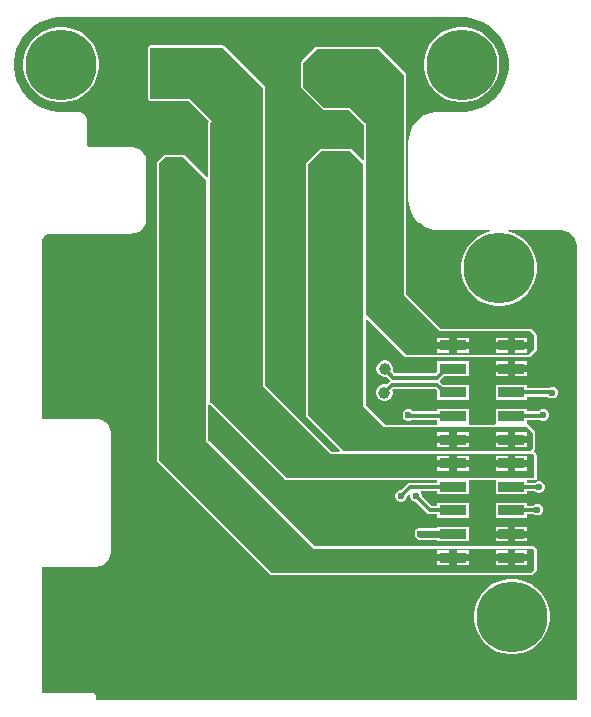
<source format=gbl>
G04*
<<<<<<< HEAD
G04 #@! TF.GenerationSoftware,Altium Limited,Altium Designer,24.2.2 (26)*
=======
G04 #@! TF.GenerationSoftware,Altium Limited,Altium Designer,25.1.2 (22)*
>>>>>>> 613e14270cc375eb23a491e7e857863a29f37ea3
G04*
G04 Layer_Physical_Order=2*
G04 Layer_Color=16711680*
%FSLAX43Y43*%
%MOMM*%
G71*
G04*
<<<<<<< HEAD
G04 #@! TF.SameCoordinates,7AFD8296-B205-43B3-A86C-D23401984E65*
=======
G04 #@! TF.SameCoordinates,67CE9ABA-0E76-4F11-AB49-B23C2CE43B64*
>>>>>>> 613e14270cc375eb23a491e7e857863a29f37ea3
G04*
G04*
G04 #@! TF.FilePolarity,Positive*
G04*
G01*
G75*
%ADD29C,0.600*%
%ADD30C,0.300*%
%ADD31C,6.000*%
%ADD32C,1.000*%
%ADD33C,0.600*%
%ADD34R,2.250X0.850*%
G36*
X38937Y57983D02*
X39443Y57848D01*
X39927Y57647D01*
X40381Y57385D01*
X40796Y57066D01*
X41166Y56696D01*
X41485Y56281D01*
X41747Y55827D01*
X41948Y55343D01*
X42083Y54837D01*
X42151Y54318D01*
Y53794D01*
X42083Y53275D01*
X41948Y52769D01*
X41747Y52286D01*
X41485Y51832D01*
X41166Y51417D01*
X40796Y51046D01*
X40381Y50727D01*
X39927Y50466D01*
X39443Y50265D01*
X38937Y50130D01*
X38418Y50061D01*
X38156D01*
X36206Y50061D01*
X36200Y50060D01*
X36194Y50061D01*
X35968Y50050D01*
X35950Y50045D01*
X35931D01*
X35489Y49957D01*
X35466Y49948D01*
X35441Y49943D01*
X35025Y49770D01*
X35004Y49756D01*
X34981Y49747D01*
X34606Y49496D01*
X34588Y49478D01*
X34567Y49465D01*
X34248Y49146D01*
X34234Y49125D01*
X34216Y49107D01*
X33966Y48732D01*
X33956Y48709D01*
X33942Y48688D01*
X33770Y48272D01*
X33765Y48247D01*
X33755Y48224D01*
X33667Y47782D01*
Y47763D01*
X33663Y47744D01*
X33652Y47519D01*
X33653Y47513D01*
X33651Y47506D01*
X33651Y42606D01*
X33653Y42600D01*
X33652Y42594D01*
X33663Y42368D01*
X33667Y42350D01*
Y42331D01*
X33755Y41889D01*
X33765Y41866D01*
X33770Y41841D01*
X33942Y41425D01*
X33956Y41404D01*
X33966Y41381D01*
X34216Y41006D01*
X34234Y40988D01*
X34248Y40967D01*
X34567Y40648D01*
X34588Y40634D01*
X34606Y40617D01*
X34981Y40366D01*
X35004Y40356D01*
X35025Y40342D01*
X35441Y40170D01*
X35466Y40165D01*
X35489Y40155D01*
X35931Y40067D01*
X35950D01*
X35968Y40063D01*
X36194Y40052D01*
X36200Y40053D01*
X36206Y40051D01*
X40565D01*
X40582Y39928D01*
X40103Y39772D01*
X39654Y39543D01*
X39247Y39247D01*
X38890Y38891D01*
X38594Y38484D01*
X38366Y38035D01*
X38210Y37556D01*
X38131Y37058D01*
Y36555D01*
X38210Y36057D01*
X38366Y35578D01*
X38594Y35129D01*
X38890Y34722D01*
X39247Y34366D01*
X39654Y34069D01*
X40103Y33841D01*
X40582Y33685D01*
X41079Y33606D01*
X41583D01*
X42081Y33685D01*
X42560Y33841D01*
X43008Y34069D01*
X43416Y34366D01*
X43772Y34722D01*
X44068Y35129D01*
X44297Y35578D01*
X44452Y36057D01*
X44531Y36555D01*
Y37058D01*
X44452Y37556D01*
X44297Y38035D01*
X44068Y38484D01*
X43772Y38891D01*
X43416Y39247D01*
X43008Y39543D01*
X42560Y39772D01*
X42081Y39928D01*
X42097Y40051D01*
X46456D01*
X46598D01*
X46878Y39996D01*
X47141Y39887D01*
X47377Y39729D01*
X47579Y39528D01*
X47737Y39291D01*
X47846Y39028D01*
X47901Y38749D01*
X47901Y38606D01*
X47901Y261D01*
X7197D01*
Y606D01*
X7178Y704D01*
X7122Y787D01*
X7040Y842D01*
X6942Y861D01*
X2608D01*
Y11551D01*
X7206D01*
X7213Y11553D01*
X7219Y11552D01*
X7317Y11557D01*
X7335Y11561D01*
X7354D01*
X7546Y11599D01*
X7570Y11609D01*
X7594Y11614D01*
X7775Y11689D01*
X7796Y11703D01*
X7819Y11712D01*
X7982Y11821D01*
X8000Y11839D01*
X8021Y11853D01*
X8160Y11992D01*
X8174Y12013D01*
X8191Y12030D01*
X8300Y12193D01*
X8310Y12217D01*
X8324Y12237D01*
X8399Y12419D01*
X8404Y12443D01*
X8413Y12466D01*
X8452Y12659D01*
Y12677D01*
X8456Y12696D01*
X8461Y12794D01*
X8460Y12800D01*
X8461Y12806D01*
Y22806D01*
X8460Y22813D01*
X8461Y22819D01*
X8456Y22917D01*
X8452Y22935D01*
Y22954D01*
X8413Y23146D01*
X8404Y23170D01*
X8399Y23194D01*
X8324Y23375D01*
X8310Y23396D01*
X8300Y23419D01*
X8191Y23582D01*
X8174Y23600D01*
X8160Y23621D01*
X8021Y23760D01*
X8000Y23774D01*
X7982Y23791D01*
X7819Y23900D01*
X7796Y23910D01*
X7775Y23924D01*
X7594Y23999D01*
X7570Y24004D01*
X7546Y24013D01*
X7354Y24052D01*
X7335D01*
X7317Y24056D01*
X7219Y24061D01*
X7213Y24060D01*
X7206Y24061D01*
X2608D01*
Y39006D01*
X2608Y39080D01*
X2637Y39224D01*
X2693Y39359D01*
X2774Y39481D01*
X2878Y39585D01*
X3000Y39667D01*
X3136Y39723D01*
X3280Y39751D01*
X3353Y39751D01*
X10206D01*
X10213Y39753D01*
X10219Y39752D01*
X10317Y39757D01*
X10335Y39761D01*
X10354D01*
X10546Y39799D01*
X10570Y39809D01*
X10594Y39814D01*
X10775Y39889D01*
X10796Y39903D01*
X10819Y39912D01*
X10982Y40021D01*
X11000Y40039D01*
X11021Y40053D01*
X11160Y40192D01*
X11174Y40213D01*
X11191Y40230D01*
X11300Y40393D01*
X11310Y40417D01*
X11324Y40437D01*
X11399Y40619D01*
X11404Y40643D01*
X11413Y40666D01*
X11452Y40859D01*
Y40877D01*
X11456Y40896D01*
X11461Y40994D01*
X11460Y41000D01*
X11461Y41006D01*
Y45806D01*
X11460Y45813D01*
X11461Y45819D01*
X11456Y45917D01*
X11452Y45935D01*
Y45954D01*
X11413Y46146D01*
X11404Y46170D01*
X11399Y46194D01*
X11324Y46375D01*
X11310Y46396D01*
X11300Y46419D01*
X11191Y46582D01*
X11174Y46600D01*
X11160Y46621D01*
X11021Y46760D01*
X11000Y46774D01*
X10982Y46791D01*
X10819Y46900D01*
X10796Y46910D01*
X10775Y46924D01*
X10594Y46999D01*
X10570Y47004D01*
X10546Y47013D01*
X10354Y47052D01*
X10335D01*
X10317Y47056D01*
X10219Y47061D01*
X10213Y47060D01*
X10206Y47061D01*
X6691Y47061D01*
X6686Y47061D01*
X6679Y47062D01*
X6671Y47063D01*
X6663Y47063D01*
X6654Y47065D01*
X6640Y47067D01*
X6631Y47069D01*
X6622Y47071D01*
X6614Y47073D01*
X6606Y47076D01*
X6599Y47078D01*
X6592Y47080D01*
X6587Y47083D01*
X6581Y47085D01*
X6575Y47088D01*
X6568Y47092D01*
X6560Y47096D01*
X6552Y47101D01*
X6544Y47106D01*
X6536Y47111D01*
X6526Y47119D01*
X6517Y47125D01*
X6510Y47131D01*
X6504Y47137D01*
X6499Y47142D01*
X6493Y47148D01*
X6488Y47155D01*
X6482Y47162D01*
X6475Y47172D01*
X6471Y47178D01*
X6465Y47186D01*
X6460Y47195D01*
X6456Y47203D01*
X6452Y47209D01*
X6450Y47215D01*
X6447Y47220D01*
X6446Y47225D01*
X6444Y47231D01*
X6441Y47238D01*
X6439Y47246D01*
X6437Y47256D01*
X6435Y47265D01*
X6433Y47275D01*
X6432Y47284D01*
X6431Y47289D01*
X6431Y47296D01*
X6431Y47301D01*
X6430Y47309D01*
X6430Y49310D01*
X6430Y49313D01*
X6430Y49317D01*
X6430Y49330D01*
X6429Y49334D01*
X6430Y49338D01*
X6429Y49352D01*
X6428Y49356D01*
X6428Y49360D01*
X6427Y49372D01*
X6426Y49376D01*
X6426Y49379D01*
X6425Y49392D01*
X6424Y49395D01*
X6424Y49398D01*
X6422Y49411D01*
X6421Y49415D01*
X6421Y49419D01*
X6418Y49437D01*
X6417Y49441D01*
X6417Y49445D01*
X6413Y49463D01*
X6411Y49467D01*
X6411Y49470D01*
X6408Y49484D01*
X6407Y49487D01*
X6407Y49490D01*
X6403Y49504D01*
X6401Y49508D01*
X6401Y49512D01*
X6396Y49528D01*
X6394Y49532D01*
X6393Y49536D01*
X6389Y49550D01*
X6386Y49554D01*
X6386Y49558D01*
X6381Y49571D01*
X6379Y49575D01*
X6378Y49579D01*
X6373Y49592D01*
X6370Y49596D01*
X6369Y49600D01*
X6363Y49614D01*
X6361Y49617D01*
X6359Y49622D01*
X6352Y49637D01*
X6349Y49640D01*
X6348Y49644D01*
X6340Y49659D01*
X6338Y49662D01*
X6336Y49666D01*
X6327Y49681D01*
X6325Y49685D01*
X6323Y49689D01*
X6313Y49704D01*
X6311Y49707D01*
X6309Y49711D01*
X6300Y49725D01*
X6297Y49728D01*
X6295Y49731D01*
X6284Y49746D01*
X6281Y49750D01*
X6279Y49754D01*
X6265Y49771D01*
X6261Y49775D01*
X6259Y49779D01*
X6247Y49794D01*
X6243Y49797D01*
X6240Y49801D01*
X6227Y49816D01*
X6223Y49819D01*
X6220Y49824D01*
X6206Y49838D01*
X6201Y49841D01*
X6198Y49846D01*
X6185Y49858D01*
X6180Y49860D01*
X6177Y49864D01*
X6163Y49877D01*
X6159Y49879D01*
X6155Y49883D01*
X6142Y49894D01*
X6138Y49896D01*
X6135Y49899D01*
X6121Y49909D01*
X6118Y49911D01*
X6115Y49914D01*
X6099Y49924D01*
X6095Y49926D01*
X6093Y49929D01*
X6078Y49938D01*
X6074Y49940D01*
X6071Y49942D01*
X6055Y49953D01*
X6050Y49954D01*
X6047Y49957D01*
X6031Y49966D01*
X6027Y49967D01*
X6024Y49970D01*
X6009Y49978D01*
X6005Y49979D01*
X6002Y49981D01*
X5989Y49987D01*
X5985Y49988D01*
X5982Y49991D01*
X5968Y49997D01*
X5963Y49998D01*
X5960Y50000D01*
X5946Y50006D01*
X5942Y50007D01*
X5938Y50009D01*
X5925Y50014D01*
X5921Y50015D01*
X5918Y50016D01*
X5904Y50021D01*
X5901Y50021D01*
X5897Y50023D01*
X5884Y50027D01*
X5880Y50028D01*
X5877Y50029D01*
X5863Y50033D01*
X5860Y50033D01*
X5857Y50035D01*
X5842Y50038D01*
X5838Y50039D01*
X5835Y50040D01*
X5822Y50043D01*
X5819Y50043D01*
X5815Y50044D01*
X5795Y50048D01*
X5790Y50048D01*
X5786Y50050D01*
X5765Y50053D01*
X5761Y50053D01*
X5757Y50054D01*
X5743Y50056D01*
X5740Y50056D01*
X5737Y50057D01*
X5724Y50058D01*
X5720Y50058D01*
X5717Y50059D01*
X5701Y50060D01*
X5697Y50059D01*
X5693Y50060D01*
X5679Y50061D01*
X5676Y50060D01*
X5672Y50061D01*
X5658Y50061D01*
X5656Y50061D01*
X5654Y50061D01*
X3994D01*
X3475Y50130D01*
X2969Y50265D01*
X2486Y50466D01*
X2032Y50727D01*
X1617Y51046D01*
X1246Y51417D01*
X927Y51832D01*
X666Y52286D01*
X465Y52769D01*
X330Y53275D01*
X261Y53795D01*
X261Y54318D01*
X330Y54837D01*
X465Y55343D01*
X666Y55827D01*
X927Y56281D01*
X1246Y56696D01*
X1617Y57066D01*
X2032Y57385D01*
X2486Y57647D01*
X2969Y57848D01*
X3475Y57983D01*
X3994Y58051D01*
X38418D01*
X38937Y57983D01*
D02*
G37*
%LPC*%
G36*
X38408Y57256D02*
X37904D01*
X37407Y57178D01*
X36928Y57022D01*
X36479Y56793D01*
X36072Y56497D01*
X35716Y56141D01*
X35419Y55734D01*
X35191Y55285D01*
X35035Y54806D01*
X34956Y54308D01*
Y53805D01*
X35035Y53307D01*
X35191Y52828D01*
X35419Y52379D01*
X35716Y51972D01*
X36072Y51616D01*
X36479Y51319D01*
X36928Y51091D01*
X37407Y50935D01*
X37904Y50856D01*
X38408D01*
X38906Y50935D01*
X39385Y51091D01*
X39834Y51319D01*
X40241Y51616D01*
X40597Y51972D01*
X40893Y52379D01*
X41122Y52828D01*
X41278Y53307D01*
X41356Y53805D01*
Y54308D01*
X41278Y54806D01*
X41122Y55285D01*
X40893Y55734D01*
X40597Y56141D01*
X40241Y56497D01*
X39834Y56793D01*
X39385Y57022D01*
X38906Y57178D01*
X38408Y57256D01*
D02*
G37*
G36*
X4508D02*
X4004D01*
X3507Y57178D01*
X3028Y57022D01*
X2579Y56793D01*
X2172Y56497D01*
X1816Y56141D01*
X1519Y55734D01*
X1291Y55285D01*
X1135Y54806D01*
X1056Y54308D01*
Y53805D01*
X1135Y53307D01*
X1291Y52828D01*
X1519Y52379D01*
X1816Y51972D01*
X2172Y51616D01*
X2579Y51319D01*
X3028Y51091D01*
X3507Y50935D01*
X4004Y50856D01*
X4508D01*
X5006Y50935D01*
X5485Y51091D01*
X5934Y51319D01*
X6341Y51616D01*
X6697Y51972D01*
X6993Y52379D01*
X7222Y52828D01*
X7378Y53307D01*
X7456Y53805D01*
Y54308D01*
X7378Y54806D01*
X7222Y55285D01*
X6993Y55734D01*
X6697Y56141D01*
X6341Y56497D01*
X5934Y56793D01*
X5485Y57022D01*
X5006Y57178D01*
X4508Y57256D01*
D02*
G37*
G36*
X17907Y55703D02*
X11811D01*
X11733Y55687D01*
X11667Y55643D01*
X11623Y55577D01*
X11607Y55499D01*
Y51181D01*
X11623Y51103D01*
X11667Y51037D01*
X11733Y50993D01*
X11811Y50977D01*
X15029D01*
X16733Y49273D01*
X16703Y49227D01*
X16687Y49149D01*
X16687Y44611D01*
X16562Y44559D01*
X14749Y46372D01*
X14683Y46416D01*
X14605Y46432D01*
X13081D01*
X13081Y46432D01*
X13003Y46416D01*
X12937Y46372D01*
X12937Y46372D01*
X12429Y45864D01*
X12385Y45798D01*
X12369Y45720D01*
Y20574D01*
X12369Y20574D01*
X12385Y20496D01*
X12429Y20430D01*
X21954Y10905D01*
X22020Y10861D01*
X22098Y10845D01*
X44069D01*
X44147Y10861D01*
X44213Y10905D01*
X44213Y10905D01*
X44467Y11159D01*
X44511Y11225D01*
X44527Y11303D01*
Y12954D01*
X44527Y12954D01*
X44511Y13032D01*
X44467Y13098D01*
X44467Y13098D01*
X44340Y13225D01*
X44274Y13269D01*
X44196Y13285D01*
X25738D01*
X16714Y22309D01*
Y25239D01*
X16839Y25291D01*
X23224Y18906D01*
X23290Y18862D01*
X23368Y18846D01*
X36100Y18846D01*
Y18657D01*
X33794D01*
X33657Y18630D01*
X33542Y18552D01*
X33015Y18026D01*
X32921D01*
X32737Y17950D01*
X32596Y17809D01*
X32520Y17625D01*
Y17427D01*
X32596Y17243D01*
X32737Y17102D01*
X32921Y17026D01*
X33119D01*
X33303Y17102D01*
X33444Y17243D01*
X33520Y17427D01*
Y17521D01*
X33676Y17678D01*
X33761Y17639D01*
X33790Y17615D01*
Y17427D01*
X33866Y17243D01*
X34007Y17102D01*
X34191Y17026D01*
X34285D01*
X35222Y16089D01*
X35338Y16012D01*
X35474Y15985D01*
X36100D01*
Y15675D01*
X38750D01*
Y16925D01*
X36100D01*
Y16698D01*
X35622D01*
X34790Y17531D01*
Y17625D01*
X34714Y17809D01*
X34695Y17828D01*
X34743Y17943D01*
X36100D01*
Y17675D01*
X38750D01*
Y18846D01*
X41050Y18846D01*
Y17675D01*
X43700D01*
Y17937D01*
X44348D01*
X44421Y17864D01*
X44605Y17788D01*
X44803D01*
X44987Y17864D01*
X45128Y18005D01*
X45204Y18189D01*
Y18387D01*
X45128Y18571D01*
X44987Y18712D01*
X44803Y18788D01*
X44605D01*
X44421Y18712D01*
X44360Y18651D01*
X43700D01*
Y18846D01*
X44323D01*
X44401Y18862D01*
X44467Y18906D01*
X44511Y18972D01*
X44527Y19050D01*
Y20955D01*
X44527Y20955D01*
X44511Y21033D01*
X44467Y21099D01*
X44467Y21099D01*
X44340Y21226D01*
X44315Y21243D01*
X44286Y21367D01*
X44289Y21395D01*
X44340Y21446D01*
X44384Y21512D01*
X44400Y21590D01*
Y22860D01*
X44400Y22860D01*
X44384Y22938D01*
X44340Y23004D01*
X44340Y23004D01*
X43832Y23512D01*
X43766Y23556D01*
X43732Y23563D01*
X43700Y23675D01*
X43700Y23692D01*
Y23985D01*
X44777D01*
X44802Y23960D01*
X44986Y23884D01*
X45184D01*
X45368Y23960D01*
X45509Y24101D01*
X45585Y24285D01*
Y24483D01*
X45509Y24667D01*
X45368Y24808D01*
X45184Y24884D01*
X44986D01*
X44802Y24808D01*
X44693Y24699D01*
X43700D01*
Y24925D01*
X41050D01*
Y23697D01*
X41050Y23675D01*
X40997Y23572D01*
X38803D01*
X38750Y23675D01*
X38750Y23697D01*
Y24925D01*
X36100D01*
Y24699D01*
X34047D01*
X33938Y24808D01*
X33754Y24884D01*
X33556D01*
X33372Y24808D01*
X33231Y24667D01*
X33155Y24483D01*
Y24285D01*
X33231Y24101D01*
X33372Y23960D01*
X33556Y23884D01*
X33754D01*
X33938Y23960D01*
X33963Y23985D01*
X36100D01*
Y23697D01*
X36100Y23675D01*
X36047Y23572D01*
X31707D01*
X30049Y25230D01*
Y32491D01*
X30164Y32539D01*
X33384Y29320D01*
X33450Y29276D01*
X33528Y29260D01*
X43815D01*
X43815Y29260D01*
X43893Y29276D01*
X43959Y29320D01*
X43959Y29320D01*
X44467Y29828D01*
X44511Y29894D01*
X44527Y29972D01*
Y31115D01*
X44511Y31193D01*
X44467Y31259D01*
X44086Y31640D01*
X44020Y31684D01*
X43942Y31700D01*
X36406D01*
X33478Y34628D01*
Y53213D01*
X33478Y53213D01*
X33462Y53291D01*
X33418Y53357D01*
X33418Y53357D01*
X31259Y55516D01*
X31193Y55560D01*
X31115Y55576D01*
X25908D01*
X25830Y55560D01*
X25764Y55516D01*
X24621Y54373D01*
X24577Y54307D01*
X24561Y54229D01*
Y52197D01*
X24577Y52119D01*
X24621Y52053D01*
X24621Y52053D01*
X26399Y50275D01*
X26465Y50231D01*
X26543Y50215D01*
X28618D01*
X29828Y49005D01*
X29894Y48961D01*
X29895Y48960D01*
Y45995D01*
X29780Y45947D01*
X28846Y46880D01*
X28780Y46924D01*
X28702Y46940D01*
X26289D01*
X26211Y46924D01*
X26145Y46880D01*
X25002Y45737D01*
X24958Y45671D01*
X24942Y45593D01*
Y24384D01*
X24958Y24306D01*
X25002Y24240D01*
X25002Y24240D01*
X27840Y21401D01*
X27792Y21286D01*
X27165D01*
X21540Y26911D01*
Y52070D01*
X21524Y52148D01*
X21480Y52214D01*
X21480Y52214D01*
X18051Y55643D01*
X17985Y55687D01*
X17907Y55703D01*
D02*
G37*
G36*
X43700Y28925D02*
X42675D01*
Y28600D01*
X43700D01*
Y28925D01*
D02*
G37*
G36*
X42075D02*
X41050D01*
Y28600D01*
X42075D01*
Y28925D01*
D02*
G37*
G36*
X43700Y28000D02*
X42675D01*
Y27675D01*
X43700D01*
Y28000D01*
D02*
G37*
G36*
X42075D02*
X41050D01*
Y27675D01*
X42075D01*
Y28000D01*
D02*
G37*
G36*
X31736Y29000D02*
X31551D01*
X31373Y28953D01*
X31214Y28861D01*
X31083Y28730D01*
X30991Y28571D01*
X30944Y28393D01*
Y28208D01*
X30991Y28030D01*
X31083Y27871D01*
X31214Y27740D01*
X31373Y27648D01*
X31551Y27600D01*
X31736D01*
X31817Y27622D01*
X32077Y27363D01*
X32077Y27362D01*
X32059Y27213D01*
X32058Y27211D01*
X32006Y27176D01*
X31797Y26967D01*
X31715Y26989D01*
X31531D01*
X31353Y26941D01*
X31193Y26849D01*
X31063Y26719D01*
X30971Y26559D01*
X30923Y26381D01*
Y26197D01*
X30971Y26019D01*
X31063Y25859D01*
X31193Y25729D01*
X31353Y25637D01*
X31531Y25589D01*
X31715D01*
X31893Y25637D01*
X32053Y25729D01*
X32183Y25859D01*
X32275Y26019D01*
X32323Y26197D01*
Y26381D01*
X32301Y26463D01*
X32406Y26567D01*
X35953D01*
X36100Y26420D01*
Y25675D01*
X38750D01*
Y26925D01*
X36605D01*
X36353Y27176D01*
X36335Y27189D01*
X36344Y27333D01*
X36686Y27675D01*
X38750D01*
Y28925D01*
X36100D01*
Y28099D01*
X35917Y27916D01*
X32533D01*
X32322Y28127D01*
X32344Y28208D01*
Y28393D01*
X32296Y28571D01*
X32204Y28730D01*
X32073Y28861D01*
X31914Y28953D01*
X31736Y29000D01*
D02*
G37*
G36*
X43700Y26925D02*
X41050D01*
Y25675D01*
X43700D01*
Y25938D01*
X45491D01*
X45564Y25865D01*
X45748Y25789D01*
X45946D01*
X46130Y25865D01*
X46271Y26006D01*
X46347Y26190D01*
Y26388D01*
X46271Y26572D01*
X46130Y26713D01*
X45946Y26789D01*
X45748D01*
X45564Y26713D01*
X45502Y26651D01*
X43700D01*
Y26925D01*
D02*
G37*
G36*
Y16925D02*
X41050D01*
Y15675D01*
X43700D01*
Y15985D01*
X44268D01*
X44294Y15959D01*
X44478Y15883D01*
X44676D01*
X44860Y15959D01*
X45001Y16100D01*
X45077Y16284D01*
Y16482D01*
X45001Y16666D01*
X44860Y16807D01*
X44676Y16883D01*
X44478D01*
X44294Y16807D01*
X44185Y16698D01*
X43700D01*
Y16925D01*
D02*
G37*
G36*
X38750Y14925D02*
X36100D01*
Y14810D01*
X34884D01*
X34866Y14822D01*
X34817Y14832D01*
X34770Y14851D01*
X34720D01*
X34671Y14861D01*
X34622Y14851D01*
X34572D01*
X34525Y14832D01*
X34476Y14822D01*
X34434Y14794D01*
X34388Y14775D01*
X34352Y14739D01*
X34311Y14711D01*
X34283Y14670D01*
X34247Y14634D01*
X34228Y14588D01*
X34200Y14546D01*
X34190Y14497D01*
X34171Y14450D01*
Y14400D01*
X34161Y14351D01*
X34171Y14302D01*
Y14252D01*
X34190Y14205D01*
X34200Y14156D01*
X34228Y14114D01*
X34247Y14068D01*
X34283Y14032D01*
X34311Y13991D01*
X34362Y13940D01*
X34527Y13829D01*
X34722Y13790D01*
X36100D01*
Y13675D01*
X38750D01*
Y14925D01*
D02*
G37*
G36*
X43700D02*
X42675D01*
Y14600D01*
X43700D01*
Y14925D01*
D02*
G37*
G36*
X42075D02*
X41050D01*
Y14600D01*
X42075D01*
Y14925D01*
D02*
G37*
G36*
X43700Y14000D02*
X42675D01*
Y13675D01*
X43700D01*
Y14000D01*
D02*
G37*
G36*
X42075D02*
X41050D01*
Y13675D01*
X42075D01*
Y14000D01*
D02*
G37*
G36*
X42658Y10516D02*
X42154D01*
X41657Y10438D01*
X41178Y10282D01*
X40729Y10053D01*
X40322Y9757D01*
X39966Y9401D01*
X39669Y8994D01*
X39441Y8545D01*
X39285Y8066D01*
X39206Y7568D01*
Y7064D01*
X39285Y6567D01*
X39441Y6088D01*
X39669Y5639D01*
X39966Y5232D01*
X40322Y4876D01*
X40729Y4579D01*
X41178Y4351D01*
X41657Y4195D01*
X42154Y4116D01*
X42658D01*
X43156Y4195D01*
X43635Y4351D01*
X44084Y4579D01*
X44491Y4876D01*
X44847Y5232D01*
X45143Y5639D01*
X45372Y6088D01*
X45528Y6567D01*
X45606Y7064D01*
Y7568D01*
X45528Y8066D01*
X45372Y8545D01*
X45143Y8994D01*
X44847Y9401D01*
X44491Y9757D01*
X44084Y10053D01*
X43635Y10282D01*
X43156Y10438D01*
X42658Y10516D01*
D02*
G37*
%LPD*%
G36*
X33274Y53213D02*
Y34544D01*
X36322Y31496D01*
X43942D01*
X44323Y31115D01*
Y29972D01*
X43815Y29464D01*
X33528D01*
X30099Y32893D01*
Y49149D01*
X29972D01*
X28702Y50419D01*
X26543D01*
X24765Y52197D01*
Y54229D01*
X25908Y55372D01*
X31115D01*
X33274Y53213D01*
D02*
G37*
G36*
X29845Y45593D02*
Y25146D01*
X31623Y23368D01*
X43688D01*
X44196Y22860D01*
Y21590D01*
X43942Y21336D01*
X28194D01*
X25146Y24384D01*
Y45593D01*
X26289Y46736D01*
X28702D01*
X29845Y45593D01*
D02*
G37*
G36*
X21336Y52070D02*
Y26827D01*
X27081Y21082D01*
X44196Y21082D01*
X44323Y20955D01*
Y19050D01*
X23368Y19050D01*
X16891Y25527D01*
X16891Y49149D01*
X17018Y49276D01*
X15113Y51181D01*
X11811D01*
Y55499D01*
X17907D01*
X21336Y52070D01*
D02*
G37*
G36*
X16510Y44323D02*
Y22225D01*
X25654Y13081D01*
X44196D01*
X44323Y12954D01*
Y11303D01*
X44069Y11049D01*
X22098D01*
X12573Y20574D01*
Y45720D01*
X13081Y46228D01*
X14605D01*
X16510Y44323D01*
D02*
G37*
%LPC*%
G36*
X43700Y30925D02*
X42675D01*
Y30600D01*
X43700D01*
Y30925D01*
D02*
G37*
G36*
X38750D02*
X37725D01*
Y30600D01*
X38750D01*
Y30925D01*
D02*
G37*
G36*
X37125D02*
X36100D01*
Y30600D01*
X37125D01*
Y30925D01*
D02*
G37*
G36*
X42075D02*
X41050D01*
Y30600D01*
X42075D01*
Y30925D01*
D02*
G37*
G36*
X43700Y30000D02*
X42675D01*
Y29675D01*
X43700D01*
Y30000D01*
D02*
G37*
G36*
X42075D02*
X41050D01*
Y29675D01*
X42075D01*
Y30000D01*
D02*
G37*
G36*
X38750D02*
X37725D01*
Y29675D01*
X38750D01*
Y30000D01*
D02*
G37*
G36*
X37125D02*
X36100D01*
Y29675D01*
X37125D01*
Y30000D01*
D02*
G37*
G36*
X43700Y22925D02*
X42675D01*
Y22600D01*
X43700D01*
Y22925D01*
D02*
G37*
G36*
X38750D02*
X37725D01*
Y22600D01*
X38750D01*
Y22925D01*
D02*
G37*
G36*
X42075D02*
X41050D01*
Y22600D01*
X42075D01*
Y22925D01*
D02*
G37*
G36*
X37125D02*
X36100D01*
Y22600D01*
X37125D01*
Y22925D01*
D02*
G37*
G36*
X43700Y22000D02*
X42675D01*
Y21675D01*
X43700D01*
Y22000D01*
D02*
G37*
G36*
X42075D02*
X41050D01*
Y21675D01*
X42075D01*
Y22000D01*
D02*
G37*
G36*
X38750D02*
X37725D01*
Y21675D01*
X38750D01*
Y22000D01*
D02*
G37*
G36*
X37125D02*
X36100D01*
Y21675D01*
X37125D01*
Y22000D01*
D02*
G37*
G36*
X43700Y20925D02*
X42675D01*
Y20600D01*
X43700D01*
Y20925D01*
D02*
G37*
G36*
X38750D02*
X37725D01*
Y20600D01*
X38750D01*
Y20925D01*
D02*
G37*
G36*
X42075D02*
X41050D01*
Y20600D01*
X42075D01*
Y20925D01*
D02*
G37*
G36*
X37125D02*
X36100D01*
Y20600D01*
X37125D01*
Y20925D01*
D02*
G37*
G36*
X43700Y20000D02*
X42675D01*
Y19675D01*
X43700D01*
Y20000D01*
D02*
G37*
G36*
X42075D02*
X41050D01*
Y19675D01*
X42075D01*
Y20000D01*
D02*
G37*
G36*
X38750D02*
X37725D01*
Y19675D01*
X38750D01*
Y20000D01*
D02*
G37*
G36*
X37125D02*
X36100D01*
Y19675D01*
X37125D01*
Y20000D01*
D02*
G37*
G36*
X43700Y12925D02*
X42675D01*
Y12600D01*
X43700D01*
Y12925D01*
D02*
G37*
G36*
X38750D02*
X37725D01*
Y12600D01*
X38750D01*
Y12925D01*
D02*
G37*
G36*
X42075D02*
X41050D01*
Y12600D01*
X42075D01*
Y12925D01*
D02*
G37*
G36*
X37125D02*
X36100D01*
Y12600D01*
X37125D01*
Y12925D01*
D02*
G37*
G36*
X43700Y12000D02*
X42675D01*
Y11675D01*
X43700D01*
Y12000D01*
D02*
G37*
G36*
X42075D02*
X41050D01*
Y11675D01*
X42075D01*
Y12000D01*
D02*
G37*
G36*
X38750D02*
X37725D01*
Y11675D01*
X38750D01*
Y12000D01*
D02*
G37*
G36*
X37125D02*
X36100D01*
Y11675D01*
X37125D01*
Y12000D01*
D02*
G37*
%LPD*%
D29*
X34722Y14300D02*
X37425D01*
X34671Y14351D02*
X34722Y14300D01*
D30*
X36450Y28025D02*
X36725Y28300D01*
X32385Y27559D02*
X36065D01*
X36725Y28300D02*
X37425D01*
X32258Y26924D02*
X36101D01*
X36725Y26300D01*
X31623Y26289D02*
X32258Y26924D01*
X31644Y28300D02*
X32385Y27559D01*
X36065D02*
X36450Y27944D01*
Y28025D01*
X36725Y26300D02*
X37425D01*
X44535Y16341D02*
X44577Y16383D01*
X42375Y16300D02*
X42417Y16341D01*
X44535D01*
X44698Y18294D02*
X44704Y18288D01*
X42381Y18294D02*
X44698D01*
X42375Y18300D02*
X42381Y18294D01*
X45841Y26295D02*
X45847Y26289D01*
X42375Y26300D02*
X42381Y26295D01*
X45841D01*
X45043Y24342D02*
X45085Y24384D01*
X42417Y24342D02*
X45043D01*
X42375Y24300D02*
X42417Y24342D01*
X34290Y17526D02*
X35474Y16341D01*
X37383D01*
X33794Y18300D02*
X37425D01*
X33020Y17526D02*
X33794Y18300D01*
X37383Y16341D02*
X37425Y16300D01*
X33697Y24342D02*
X37383D01*
X33655Y24384D02*
X33697Y24342D01*
X37383D02*
X37425Y24300D01*
D31*
X41331Y36806D02*
D03*
X42406Y7316D02*
D03*
X38156Y54056D02*
D03*
X4256D02*
D03*
D32*
X31644Y28300D02*
D03*
X31623Y26289D02*
D03*
D33*
X10541Y6350D02*
D03*
X11176Y6985D02*
D03*
X11811Y5080D02*
D03*
X11176Y5715D02*
D03*
X10541Y7620D02*
D03*
X11811Y7620D02*
D03*
X13081Y7620D02*
D03*
X13081Y6350D02*
D03*
X10541Y5080D02*
D03*
X12446Y6985D02*
D03*
X11811Y6350D02*
D03*
X44577Y14351D02*
D03*
X24257Y17526D02*
D03*
X32258Y14859D02*
D03*
X23241Y37338D02*
D03*
Y40894D02*
D03*
Y45466D02*
D03*
X23876Y50165D02*
D03*
X22860Y49403D02*
D03*
Y50800D02*
D03*
X13843Y47244D02*
D03*
X11938D02*
D03*
X10414Y48133D02*
D03*
X44577Y16383D02*
D03*
X44704Y18288D02*
D03*
X14346Y53207D02*
D03*
X14981Y53842D02*
D03*
X14346Y43053D02*
D03*
X13711Y43688D02*
D03*
X13076Y44323D02*
D03*
Y43053D02*
D03*
Y45593D02*
D03*
X45847Y26289D02*
D03*
X45085Y24384D02*
D03*
X34671Y14351D02*
D03*
X34290Y17526D02*
D03*
X33020D02*
D03*
X33655Y24384D02*
D03*
X13076Y51937D02*
D03*
X15616Y53207D02*
D03*
X15616Y54477D02*
D03*
X14346Y54477D02*
D03*
X13076Y54477D02*
D03*
X13711Y52572D02*
D03*
X14346Y51937D02*
D03*
X13711Y53842D02*
D03*
X13076Y53207D02*
D03*
X14981Y43688D02*
D03*
X13711Y44958D02*
D03*
X15616Y44323D02*
D03*
X14346D02*
D03*
X15616Y43053D02*
D03*
X14346Y45593D02*
D03*
X26200Y54477D02*
D03*
X26835Y53842D02*
D03*
X28105D02*
D03*
X27470Y53207D02*
D03*
X28105Y52572D02*
D03*
X27470Y51937D02*
D03*
X26200Y53207D02*
D03*
X27470Y54477D02*
D03*
X28740Y51937D02*
D03*
Y54477D02*
D03*
Y53207D02*
D03*
X26200Y43053D02*
D03*
X26835Y43688D02*
D03*
X26200Y44323D02*
D03*
X27470Y45593D02*
D03*
X28740D02*
D03*
Y44323D02*
D03*
Y43053D02*
D03*
X27470D02*
D03*
Y44323D02*
D03*
X28105Y44958D02*
D03*
Y43688D02*
D03*
D34*
X37425Y30300D02*
D03*
Y28300D02*
D03*
Y26300D02*
D03*
Y24300D02*
D03*
X42375Y30300D02*
D03*
Y28300D02*
D03*
Y26300D02*
D03*
Y24300D02*
D03*
Y22300D02*
D03*
X37425D02*
D03*
X42375Y20300D02*
D03*
Y18300D02*
D03*
Y16300D02*
D03*
Y14300D02*
D03*
Y12300D02*
D03*
X37425Y20300D02*
D03*
Y18300D02*
D03*
Y16300D02*
D03*
Y14300D02*
D03*
Y12300D02*
D03*
M02*

</source>
